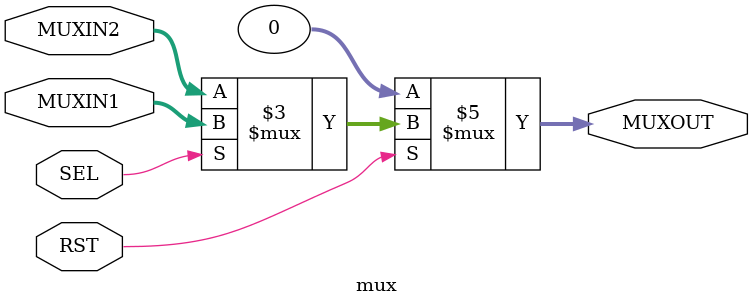
<source format=v>
module mux(MUXIN1, MUXIN2, MUXOUT, SEL, RST);

input RST;
input SEL;
input [31:0] MUXIN1;
input [31:0] MUXIN2;

output reg [31:0] MUXOUT;

always @(*) begin
    $display("%b %b", MUXIN1, MUXIN2);
    if(RST == 0) MUXOUT = 32'b0; else
        MUXOUT = SEL ? MUXIN1 : MUXIN2;
end

endmodule
</source>
